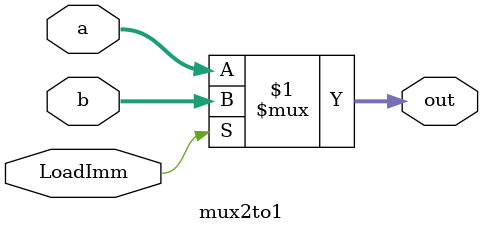
<source format=v>
module mux2to1(input [31:0] a, input [31:0] b, input LoadImm ,output [31:0] out);
  assign out = LoadImm ? b : a;
endmodule
</source>
